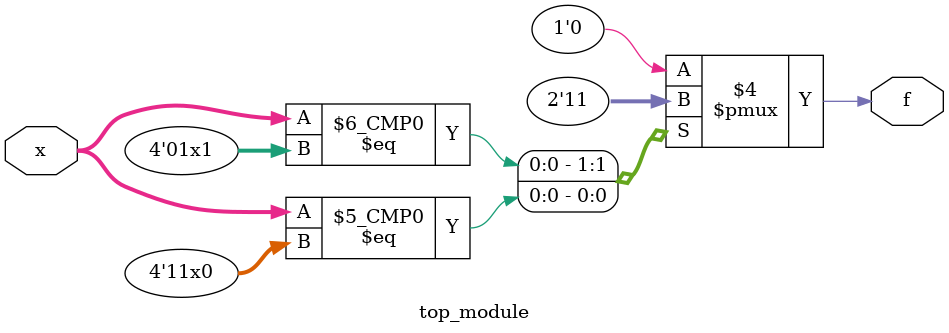
<source format=sv>
module top_module (
	input [4:1] x,
	output logic f
);

	always_comb begin
		f = 1'b0;
		
		case (x)
			4'b01x0: f = 1'b0;
			4'b01x1: f = 1'b1;
			4'b0101: f = 1'b1;
			4'b0110: f = 1'b0; // Fix: Update f value for this input pattern
			4'b11x0: f = 1'b1;
			4'b1100: f = 1'b1;
			4'b1101: f = 1'b0;
			default: f = 1'b0; // Fix: Remove redundant default assignment
		endcase
	end
endmodule

</source>
